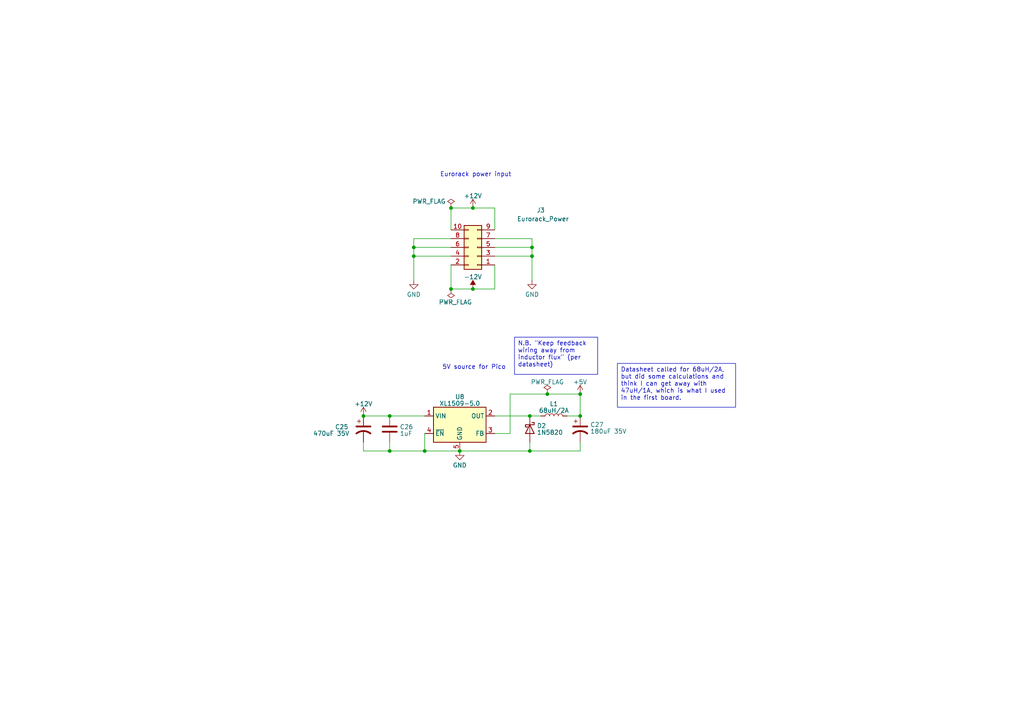
<source format=kicad_sch>
(kicad_sch (version 20230121) (generator eeschema)
  (paper "A4")
  (lib_symbols
    (symbol "Connector_Generic:Conn_02x05_Odd_Even" (pin_names (offset 1.016) hide)
      (property "Reference" "J" (at 1.27 7.62 0))
      (property "Value" "Conn_02x05_Odd_Even" (at 1.27 -7.62 0))
      (symbol "Conn_02x05_Odd_Even_1_1"
        (rectangle (start -1.27 -4.953) (end 0 -5.207) (stroke (width 0.1524)))
        (rectangle (start -1.27 -2.413) (end 0 -2.667) (stroke (width 0.1524)))
        (rectangle (start -1.27 0.127) (end 0 -0.127) (stroke (width 0.1524)))
        (rectangle (start -1.27 2.667) (end 0 2.413) (stroke (width 0.1524)))
        (rectangle (start -1.27 5.207) (end 0 4.953) (stroke (width 0.1524)))
        (rectangle (start -1.27 6.35) (end 3.81 -6.35) (stroke (width 0.254)) (fill (type background)))
        (rectangle (start 3.81 -4.953) (end 2.54 -5.207) (stroke (width 0.1524)))
        (rectangle (start 3.81 -2.413) (end 2.54 -2.667) (stroke (width 0.1524)))
        (rectangle (start 3.81 0.127) (end 2.54 -0.127) (stroke (width 0.1524)))
        (rectangle (start 3.81 2.667) (end 2.54 2.413) (stroke (width 0.1524)))
        (rectangle (start 3.81 5.207) (end 2.54 4.953) (stroke (width 0.1524)))
        (pin passive line (at -5.08 5.08 0) (length 3.81) (name "Pin_1") (number "1"))
        (pin passive line (at 7.62 -5.08 180) (length 3.81) (name "Pin_10") (number "10"))
        (pin passive line (at 7.62 5.08 180) (length 3.81) (name "Pin_2") (number "2"))
        (pin passive line (at -5.08 2.54 0) (length 3.81) (name "Pin_3") (number "3"))
        (pin passive line (at 7.62 2.54 180) (length 3.81) (name "Pin_4") (number "4"))
        (pin passive line (at -5.08 0 0) (length 3.81) (name "Pin_5") (number "5"))
        (pin passive line (at 7.62 0 180) (length 3.81) (name "Pin_6") (number "6"))
        (pin passive line (at -5.08 -2.54 0) (length 3.81) (name "Pin_7") (number "7"))
        (pin passive line (at 7.62 -2.54 180) (length 3.81) (name "Pin_8") (number "8"))
        (pin passive line (at -5.08 -5.08 0) (length 3.81) (name "Pin_9") (number "9"))
      )
    )
    (symbol "Device:C" (pin_numbers hide) (pin_names (offset 0.254))
      (property "Reference" "C" (at 0.635 2.54 0))
      (property "Value" "C" (at 0.635 -2.54 0))
      (symbol "C_0_1"
        (polyline (pts (xy -2.032 -0.762) (xy 2.032 -0.762)) (stroke (width 0.508)))
        (polyline (pts (xy -2.032 0.762) (xy 2.032 0.762)) (stroke (width 0.508)))
      )
      (symbol "C_1_1"
        (pin passive line (at 0 3.81 270) (length 2.794) (name "~") (number "1"))
        (pin passive line (at 0 -3.81 90) (length 2.794) (name "~") (number "2"))
      )
    )
    (symbol "Device:C_Polarized_US" (pin_numbers hide) (pin_names (offset 0.254) hide)
      (property "Reference" "C" (at 0.635 2.54 0))
      (property "Value" "C_Polarized_US" (at 0.635 -2.54 0))
      (symbol "C_Polarized_US_0_1"
        (polyline (pts (xy -2.032 0.762) (xy 2.032 0.762)) (stroke (width 0.508)))
        (polyline (pts (xy -1.778 2.286) (xy -0.762 2.286)))
        (polyline (pts (xy -1.27 1.778) (xy -1.27 2.794)))
        (arc (start 2.032 -1.27) (mid 0 -0.5572) (end -2.032 -1.27) (stroke (width 0.508)))
      )
      (symbol "C_Polarized_US_1_1"
        (pin passive line (at 0 3.81 270) (length 2.794) (name "~") (number "1"))
        (pin passive line (at 0 -3.81 90) (length 3.302) (name "~") (number "2"))
      )
    )
    (symbol "Device:L" (pin_numbers hide) (pin_names (offset 1.016) hide)
      (property "Reference" "L" (at -1.27 0 90))
      (property "Value" "L" (at 1.905 0 90))
      (symbol "L_0_1"
        (arc (start 0 -2.54) (mid 0.6323 -1.905) (end 0 -1.27))
        (arc (start 0 -1.27) (mid 0.6323 -0.635) (end 0 0))
        (arc (start 0 0) (mid 0.6323 0.635) (end 0 1.27))
        (arc (start 0 1.27) (mid 0.6323 1.905) (end 0 2.54))
      )
      (symbol "L_1_1"
        (pin passive line (at 0 3.81 270) (length 1.27) (name "1") (number "1"))
        (pin passive line (at 0 -3.81 90) (length 1.27) (name "2") (number "2"))
      )
    )
    (symbol "Diode:1N5820" (pin_numbers hide) (pin_names (offset 1.016) hide)
      (property "Reference" "D" (at 0 2.54 0))
      (property "Value" "1N5820" (at 0 -2.54 0))
      (symbol "1N5820_0_1"
        (polyline (pts (xy 1.27 0) (xy -1.27 0)))
        (polyline (pts (xy 1.27 1.27) (xy 1.27 -1.27) (xy -1.27 0) (xy 1.27 1.27)) (stroke (width 0.254)))
        (polyline (pts (xy -1.905 0.635) (xy -1.905 1.27) (xy -1.27 1.27) (xy -1.27 -1.27) (xy -0.635 -1.27) (xy -0.635 -0.635)) (stroke (width 0.254)))
      )
      (symbol "1N5820_1_1"
        (pin passive line (at -3.81 0 0) (length 2.54) (name "K") (number "1"))
        (pin passive line (at 3.81 0 180) (length 2.54) (name "A") (number "2"))
      )
    )
    (symbol "Regulator_Switching:XL1509-5.0"
      (property "Reference" "U" (at -7.112 6.096 0))
      (property "Value" "XL1509-5.0" (at 5.842 6.096 0))
      (symbol "XL1509-5.0_0_1"
        (rectangle (start -7.62 5.08) (end 7.62 -5.08) (stroke (width 0.254)) (fill (type background)))
      )
      (symbol "XL1509-5.0_1_1"
        (pin power_in line (at -10.16 2.54 0) (length 2.54) (name "VIN") (number "1"))
        (pin power_out line (at 10.16 2.54 180) (length 2.54) (name "OUT") (number "2"))
        (pin input line (at 10.16 -2.54 180) (length 2.54) (name "FB") (number "3"))
        (pin input line (at -10.16 -2.54 0) (length 2.54) (name "~{EN}") (number "4"))
        (pin power_in line (at 0 -7.62 90) (length 2.54) (name "GND") (number "5"))
        (pin passive line (at 0 -7.62 90) (length 2.54) hide (name "GND") (number "6"))
        (pin passive line (at 0 -7.62 90) (length 2.54) hide (name "GND") (number "7"))
        (pin passive line (at 0 -7.62 90) (length 2.54) hide (name "GND") (number "8"))
      )
    )
    (symbol "power:+12V" (power) (pin_names (offset 0))
      (property "Value" "+12V" (at 0 3.556 0))
      (symbol "+12V_0_1"
        (polyline (pts (xy -0.762 1.27) (xy 0 2.54)))
        (polyline (pts (xy 0 0) (xy 0 2.54)))
        (polyline (pts (xy 0 2.54) (xy 0.762 1.27)))
      )
      (symbol "+12V_1_1"
        (pin power_in line (at 0 0 90) (length 0) hide (name "+12V") (number "1"))
      )
    )
    (symbol "power:+5V" (power) (pin_names (offset 0))
      (property "Value" "+5V" (at 0 3.556 0))
      (symbol "+5V_0_1"
        (polyline (pts (xy -0.762 1.27) (xy 0 2.54)))
        (polyline (pts (xy 0 0) (xy 0 2.54)))
        (polyline (pts (xy 0 2.54) (xy 0.762 1.27)))
      )
      (symbol "+5V_1_1"
        (pin power_in line (at 0 0 90) (length 0) hide (name "+5V") (number "1"))
      )
    )
    (symbol "power:-12V" (power) (pin_names (offset 0))
      (property "Value" "-12V" (at 0 3.81 0))
      (symbol "-12V_0_0"
        (pin power_in line (at 0 0 90) (length 0) hide (name "-12V") (number "1"))
      )
      (symbol "-12V_0_1"
        (polyline (pts (xy 0 0) (xy 0 1.27) (xy 0.762 1.27) (xy 0 2.54) (xy -0.762 1.27) (xy 0 1.27)) (fill (type outline)))
      )
    )
    (symbol "power:GND" (power) (pin_names (offset 0))
      (property "Value" "GND" (at 0 -3.81 0))
      (symbol "GND_0_1"
        (polyline (pts (xy 0 0) (xy 0 -1.27) (xy 1.27 -1.27) (xy 0 -2.54) (xy -1.27 -1.27) (xy 0 -1.27)))
      )
      (symbol "GND_1_1"
        (pin power_in line (at 0 0 270) (length 0) hide (name "GND") (number "1"))
      )
    )
    (symbol "power:PWR_FLAG" (power) (pin_numbers hide) (pin_names (offset 0) hide)
      (property "Value" "PWR_FLAG" (at 0 3.81 0))
      (symbol "PWR_FLAG_0_0"
        (pin power_out line (at 0 0 90) (length 0) (name "pwr") (number "1"))
      )
      (symbol "PWR_FLAG_0_1"
        (polyline (pts (xy 0 0) (xy 0 1.27) (xy -1.016 1.905) (xy 0 2.54) (xy 1.016 1.905) (xy 0 1.27)))
      )
    )
  )
  (junction (at 168.275 114.3))
  (junction (at 153.67 120.65))
  (junction (at 120.015 71.755))
  (junction (at 123.19 130.81))
  (junction (at 130.81 83.82))
  (junction (at 154.305 71.755))
  (junction (at 153.67 130.81))
  (junction (at 137.16 83.82))
  (junction (at 105.41 120.65))
  (junction (at 154.305 74.295))
  (junction (at 158.75 114.3))
  (junction (at 137.16 60.325))
  (junction (at 113.03 120.65))
  (junction (at 133.35 130.81))
  (junction (at 120.015 74.295))
  (junction (at 113.03 130.81))
  (junction (at 168.275 120.65))
  (junction (at 130.81 60.325))
  (wire (pts (xy 113.03 120.65) (xy 123.19 120.65)))
  (wire (pts (xy 113.03 130.81) (xy 123.19 130.81)))
  (wire (pts (xy 147.955 114.3) (xy 147.955 125.73)))
  (wire (pts (xy 130.81 76.835) (xy 130.81 83.82)))
  (wire (pts (xy 143.51 83.82) (xy 143.51 76.835)))
  (wire (pts (xy 153.67 120.65) (xy 156.845 120.65)))
  (wire (pts (xy 143.51 71.755) (xy 154.305 71.755)))
  (wire (pts (xy 120.015 69.215) (xy 120.015 71.755)))
  (wire (pts (xy 120.015 74.295) (xy 120.015 81.28)))
  (wire (pts (xy 168.275 120.65) (xy 168.275 114.3)))
  (wire (pts (xy 113.03 128.27) (xy 113.03 130.81)))
  (wire (pts (xy 137.16 83.82) (xy 143.51 83.82)))
  (wire (pts (xy 137.16 60.325) (xy 143.51 60.325)))
  (wire (pts (xy 168.275 114.3) (xy 158.75 114.3)))
  (wire (pts (xy 130.81 69.215) (xy 120.015 69.215)))
  (wire (pts (xy 154.305 71.755) (xy 154.305 74.295)))
  (wire (pts (xy 105.41 128.27) (xy 105.41 130.81)))
  (wire (pts (xy 130.81 66.675) (xy 130.81 60.325)))
  (wire (pts (xy 158.75 114.3) (xy 147.955 114.3)))
  (wire (pts (xy 164.465 120.65) (xy 168.275 120.65)))
  (wire (pts (xy 154.305 74.295) (xy 154.305 81.28)))
  (wire (pts (xy 123.19 130.81) (xy 133.35 130.81)))
  (wire (pts (xy 154.305 69.215) (xy 154.305 71.755)))
  (wire (pts (xy 105.41 120.65) (xy 113.03 120.65)))
  (wire (pts (xy 123.19 125.73) (xy 123.19 130.81)))
  (wire (pts (xy 120.015 71.755) (xy 120.015 74.295)))
  (wire (pts (xy 153.67 130.81) (xy 168.275 130.81)))
  (wire (pts (xy 143.51 74.295) (xy 154.305 74.295)))
  (wire (pts (xy 130.81 71.755) (xy 120.015 71.755)))
  (wire (pts (xy 130.81 83.82) (xy 137.16 83.82)))
  (wire (pts (xy 153.67 130.81) (xy 153.67 128.27)))
  (wire (pts (xy 147.955 125.73) (xy 143.51 125.73)))
  (wire (pts (xy 143.51 69.215) (xy 154.305 69.215)))
  (wire (pts (xy 130.81 74.295) (xy 120.015 74.295)))
  (wire (pts (xy 105.41 130.81) (xy 113.03 130.81)))
  (wire (pts (xy 133.35 130.81) (xy 153.67 130.81)))
  (wire (pts (xy 168.275 130.81) (xy 168.275 128.27)))
  (wire (pts (xy 143.51 60.325) (xy 143.51 66.675)))
  (wire (pts (xy 143.51 120.65) (xy 153.67 120.65)))
  (wire (pts (xy 130.81 60.325) (xy 137.16 60.325)))
  (text_box "N.B. \"Keep feedback wiring away from inductor flux\" (per datasheet)" (at 149.225 97.79 0) (size 24.13 10.795) (effects (font (size 1.27 1.27)) (justify left top)))
  (text_box "Datasheet called for 68uH/2A, but did some calculations and think I can get away with 47uH/1A, which is what I used in the first board." (at 179.07 105.41 0) (size 34.29 12.7) (effects (font (size 1.27 1.27)) (justify left top)))
  (text "Eurorack power input" (at 127.635 51.435 0) (effects (font (size 1.27 1.27)) (justify left bottom)))
  (text "5V source for Pico" (at 128.27 107.315 0) (effects (font (size 1.27 1.27)) (justify left bottom)))
  (symbol (lib_id "power:PWR_FLAG") (at 158.75 114.3 0) (unit 1)
    (property "Reference" "#FLG06" (effects hide))
    (property "Value" "PWR_FLAG" (at 158.75 110.7981 0))
  )
  (symbol (lib_id "Device:C_Polarized_US") (at 105.41 124.46 0) (unit 1)
    (property "Reference" "C25" (at 97.155 123.825 0) (effects (justify left)))
    (property "Value" "470uF 35V" (at 90.805 125.73 0) (effects (justify left)))
    (property "Footprint" "Capacitor_THT:CP_Radial_D10.0mm_P5.00mm" (effects hide))
  )
  (symbol (lib_id "Device:C") (at 113.03 124.46 0) (unit 1)
    (property "Reference" "C26" (at 115.951 123.8163 0) (effects (justify left)))
    (property "Value" "1uF" (at 115.951 125.7373 0) (effects (justify left)))
    (property "Footprint" "Capacitor_SMD:C_0603_1608Metric" (effects hide))
  )
  (symbol (lib_id "power:GND") (at 120.015 81.28 0) (mirror y) (unit 1)
    (property "Reference" "#PWR044" (effects hide))
    (property "Value" "GND" (at 120.015 85.4155 0))
  )
  (symbol (lib_id "power:+5V") (at 168.275 114.3 0) (unit 1)
    (property "Reference" "#PWR049" (effects hide))
    (property "Value" "+5V" (at 168.275 110.7981 0))
  )
  (symbol (lib_id "Connector_Generic:Conn_02x05_Odd_Even") (at 138.43 71.755 180) (unit 1)
    (property "Reference" "J3" (at 156.845 60.96 0))
    (property "Value" "Eurorack_Power" (at 157.48 63.5 0))
    (property "Footprint" "Connector_IDC:IDC-Header_2x05_P2.54mm_Vertical" (effects hide))
  )
  (symbol (lib_id "power:GND") (at 154.305 81.28 0) (unit 1)
    (property "Reference" "#PWR048" (effects hide))
    (property "Value" "GND" (at 154.305 85.4155 0))
  )
  (symbol (lib_id "Device:L") (at 160.655 120.65 90) (unit 1)
    (property "Reference" "L1" (at 160.655 117.1347 90))
    (property "Value" "68uH/2A" (at 160.655 119.0557 90))
    (property "Footprint" "Inductor_THT:L_Radial_D7.0mm_P3.00mm" (effects hide))
  )
  (symbol (lib_id "power:PWR_FLAG") (at 130.81 83.82 0) (mirror x) (unit 1)
    (property "Reference" "#FLG05" (effects hide))
    (property "Value" "PWR_FLAG" (at 132.08 87.63 0))
  )
  (symbol (lib_id "power:PWR_FLAG") (at 130.81 60.325 0) (unit 1)
    (property "Reference" "#FLG04" (effects hide))
    (property "Value" "PWR_FLAG" (at 124.46 58.42 0))
  )
  (symbol (lib_id "power:+12V") (at 105.41 120.65 0) (unit 1)
    (property "Reference" "#PWR043" (effects hide))
    (property "Value" "+12V" (at 105.41 117.1481 0))
  )
  (symbol (lib_id "power:+12V") (at 137.16 60.325 0) (unit 1)
    (property "Reference" "#PWR046" (effects hide))
    (property "Value" "+12V" (at 137.16 56.8231 0))
  )
  (symbol (lib_id "Device:C_Polarized_US") (at 168.275 124.46 0) (unit 1)
    (property "Reference" "C27" (at 171.196 123.1813 0) (effects (justify left)))
    (property "Value" "180uF 35V" (at 171.196 125.1023 0) (effects (justify left)))
    (property "Footprint" "Capacitor_THT:CP_Radial_D8.0mm_P3.50mm" (effects hide))
  )
  (symbol (lib_id "power:GND") (at 133.35 130.81 0) (unit 1)
    (property "Reference" "#PWR045" (effects hide))
    (property "Value" "GND" (at 133.35 134.9455 0))
  )
  (symbol (lib_id "Regulator_Switching:XL1509-5.0") (at 133.35 123.19 0) (unit 1)
    (property "Reference" "U8" (at 133.35 115.1001 0))
    (property "Value" "XL1509-5.0" (at 133.35 117.0211 0))
    (property "Footprint" "Package_SO:SOIC-8_3.9x4.9mm_P1.27mm" (effects hide))
    (property "Datasheet" "https://datasheet.lcsc.com/lcsc/1809050422_XLSEMI-XL1509-5-0E1_C61063.pdf" (effects hide))
  )
  (symbol (lib_id "Diode:1N5820") (at 153.67 124.46 270) (unit 1)
    (property "Reference" "D2" (at 155.702 123.4988 90) (effects (justify left)))
    (property "Value" "1N5820" (at 155.702 125.4198 90) (effects (justify left)))
    (property "Footprint" "Diode_THT:D_DO-201AD_P15.24mm_Horizontal" (effects hide))
    (property "Datasheet" "http://www.vishay.com/docs/88526/1n5820.pdf" (effects hide))
  )
  (symbol (lib_id "power:-12V") (at 137.16 83.82 0) (unit 1)
    (property "Reference" "#PWR047" (effects hide))
    (property "Value" "-12V" (at 137.16 80.3181 0))
  )
)
</source>
